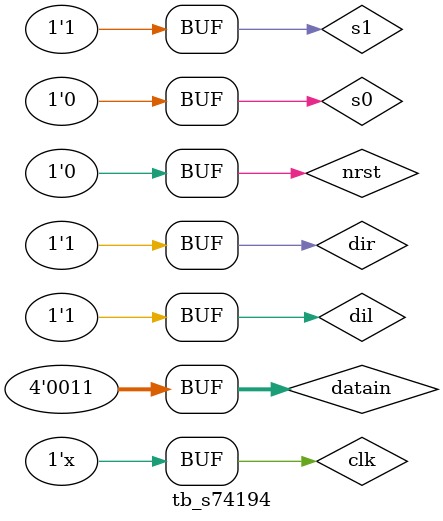
<source format=v>
module tb_s74194();
    
    
    // s74194 Inputs
    reg   nrst          = 0 ;
    reg   clk           = 0 ;
    reg   s0            = 0 ;
    reg   s1            = 0 ;
    reg   dil           = 0 ;
    reg   dir           = 0 ;
    reg   [3:0]  datain = 0 ;
    
    // s74194 Outputs
    wire  [3:0]  dataout                       ;
    
    
    s74194  u_s74194 (
    .nrst                    (nrst),
    .clk                     (clk),
    .s0                      (s0),
    .s1                      (s1),
    .dil                     (dil),
    .dir                     (dir),
    .datain                  (datain   [3:0]),
    
    .dataout                 (dataout  [3:0])
    );
    
    initial
    begin
        #10 nrst = 1;
        
        #10 datain = 4'b1111;
        {s1, s0}   = 2'b11; // paralell download test
        #10 datain = 4'b1001;
        
        #20 {s1, s0} = 2'b00;   // data hold test
        datain       = 4'b0011;
        
        #20 dir  = 1;
        {s1, s0} = 2'b01;   // right shift test
        #10 dir  = 0;
        #20 dir  = 1;
        
        #30 dil  = 1;
        {s1, s0} = 2'b10;   // left shift test
        #20 dil  = 0;
        #10 dil  = 1;
        
        #10 nrst = 0;
    end
    always  begin
        #5 clk = ~clk;
    end
    
endmodule

</source>
